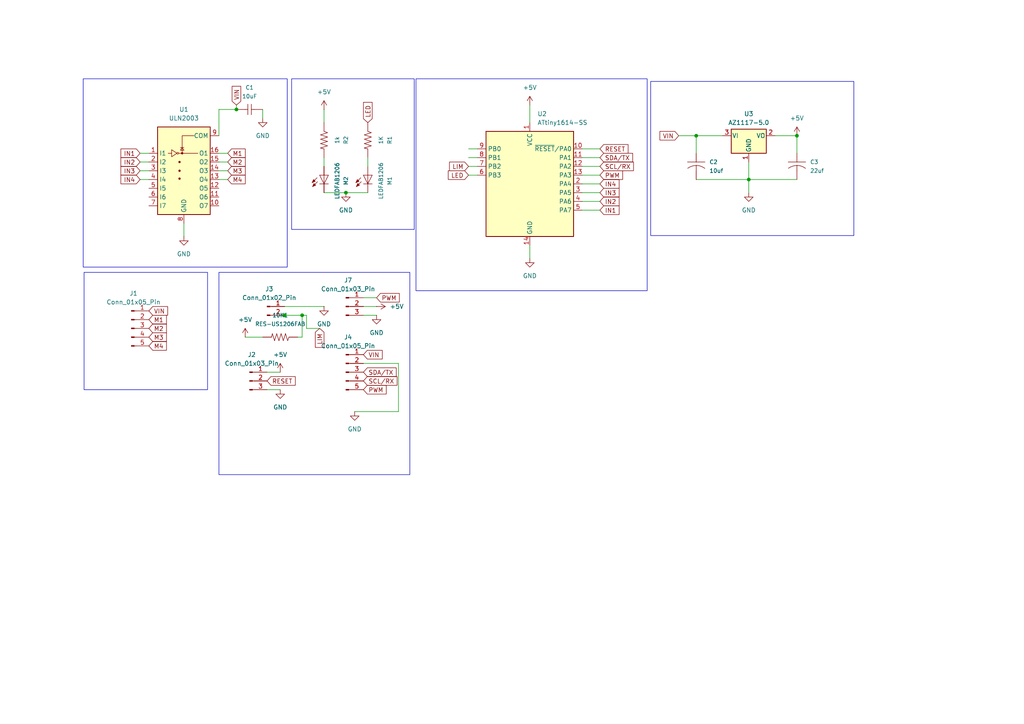
<source format=kicad_sch>
(kicad_sch (version 20231120) (generator "eeschema") (generator_version "8.0")
  (paper "A4")
  (lib_symbols
    (symbol "Connector:Conn_01x02_Pin" (pin_names (offset 1.016) hide)
      (property "Reference" "J" (at 0 2.54 0))
      (property "Value" "Conn_01x02_Pin" (at 0 -5.08 0))
      (symbol "Conn_01x02_Pin_1_1"
        (polyline (pts (xy 1.27 -2.54) (xy 0.8636 -2.54)) (stroke (width 0.1524)))
        (polyline (pts (xy 1.27 0) (xy 0.8636 0)) (stroke (width 0.1524)))
        (rectangle (start 0.8636 -2.413) (end 0 -2.667) (stroke (width 0.1524)) (fill (type outline)))
        (rectangle (start 0.8636 0.127) (end 0 -0.127) (stroke (width 0.1524)) (fill (type outline)))
        (pin passive line (at 5.08 0 180) (length 3.81) (name "Pin_1") (number "1"))
        (pin passive line (at 5.08 -2.54 180) (length 3.81) (name "Pin_2") (number "2"))
      )
    )
    (symbol "Connector:Conn_01x03_Pin" (pin_names (offset 1.016) hide)
      (property "Reference" "J" (at 0 5.08 0))
      (property "Value" "Conn_01x03_Pin" (at 0 -5.08 0))
      (symbol "Conn_01x03_Pin_1_1"
        (polyline (pts (xy 1.27 -2.54) (xy 0.8636 -2.54)) (stroke (width 0.1524)))
        (polyline (pts (xy 1.27 0) (xy 0.8636 0)) (stroke (width 0.1524)))
        (polyline (pts (xy 1.27 2.54) (xy 0.8636 2.54)) (stroke (width 0.1524)))
        (rectangle (start 0.8636 -2.413) (end 0 -2.667) (stroke (width 0.1524)) (fill (type outline)))
        (rectangle (start 0.8636 0.127) (end 0 -0.127) (stroke (width 0.1524)) (fill (type outline)))
        (rectangle (start 0.8636 2.667) (end 0 2.413) (stroke (width 0.1524)) (fill (type outline)))
        (pin passive line (at 5.08 2.54 180) (length 3.81) (name "Pin_1") (number "1"))
        (pin passive line (at 5.08 0 180) (length 3.81) (name "Pin_2") (number "2"))
        (pin passive line (at 5.08 -2.54 180) (length 3.81) (name "Pin_3") (number "3"))
      )
    )
    (symbol "Connector:Conn_01x05_Pin" (pin_names (offset 1.016) hide)
      (property "Reference" "J" (at 0 7.62 0))
      (property "Value" "Conn_01x05_Pin" (at 0 -7.62 0))
      (symbol "Conn_01x05_Pin_1_1"
        (polyline (pts (xy 1.27 -5.08) (xy 0.8636 -5.08)) (stroke (width 0.1524)))
        (polyline (pts (xy 1.27 -2.54) (xy 0.8636 -2.54)) (stroke (width 0.1524)))
        (polyline (pts (xy 1.27 0) (xy 0.8636 0)) (stroke (width 0.1524)))
        (polyline (pts (xy 1.27 2.54) (xy 0.8636 2.54)) (stroke (width 0.1524)))
        (polyline (pts (xy 1.27 5.08) (xy 0.8636 5.08)) (stroke (width 0.1524)))
        (rectangle (start 0.8636 -4.953) (end 0 -5.207) (stroke (width 0.1524)) (fill (type outline)))
        (rectangle (start 0.8636 -2.413) (end 0 -2.667) (stroke (width 0.1524)) (fill (type outline)))
        (rectangle (start 0.8636 0.127) (end 0 -0.127) (stroke (width 0.1524)) (fill (type outline)))
        (rectangle (start 0.8636 2.667) (end 0 2.413) (stroke (width 0.1524)) (fill (type outline)))
        (rectangle (start 0.8636 5.207) (end 0 4.953) (stroke (width 0.1524)) (fill (type outline)))
        (pin passive line (at 5.08 5.08 180) (length 3.81) (name "Pin_1") (number "1"))
        (pin passive line (at 5.08 2.54 180) (length 3.81) (name "Pin_2") (number "2"))
        (pin passive line (at 5.08 0 180) (length 3.81) (name "Pin_3") (number "3"))
        (pin passive line (at 5.08 -2.54 180) (length 3.81) (name "Pin_4") (number "4"))
        (pin passive line (at 5.08 -5.08 180) (length 3.81) (name "Pin_5") (number "5"))
      )
    )
    (symbol "MCU_Microchip_ATtiny:ATtiny1614-SS"
      (property "Reference" "U" (at -12.7 16.51 0))
      (property "Value" "ATtiny1614-SS" (at 2.54 -16.51 0))
      (symbol "ATtiny1614-SS_0_1"
        (rectangle (start -12.7 -15.24) (end 12.7 15.24) (stroke (width 0.254)) (fill (type background)))
      )
      (symbol "ATtiny1614-SS_1_1"
        (pin power_in line (at 0 17.78 270) (length 2.54) (name "VCC") (number "1"))
        (pin bidirectional line (at 15.24 10.16 180) (length 2.54) (name "~{RESET}/PA0") (number "10"))
        (pin bidirectional line (at 15.24 7.62 180) (length 2.54) (name "PA1") (number "11"))
        (pin bidirectional line (at 15.24 5.08 180) (length 2.54) (name "PA2") (number "12"))
        (pin bidirectional line (at 15.24 2.54 180) (length 2.54) (name "PA3") (number "13"))
        (pin power_in line (at 0 -17.78 90) (length 2.54) (name "GND") (number "14"))
        (pin bidirectional line (at 15.24 0 180) (length 2.54) (name "PA4") (number "2"))
        (pin bidirectional line (at 15.24 -2.54 180) (length 2.54) (name "PA5") (number "3"))
        (pin bidirectional line (at 15.24 -5.08 180) (length 2.54) (name "PA6") (number "4"))
        (pin bidirectional line (at 15.24 -7.62 180) (length 2.54) (name "PA7") (number "5"))
        (pin bidirectional line (at -15.24 2.54 0) (length 2.54) (name "PB3") (number "6"))
        (pin bidirectional line (at -15.24 5.08 0) (length 2.54) (name "PB2") (number "7"))
        (pin bidirectional line (at -15.24 7.62 0) (length 2.54) (name "PB1") (number "8"))
        (pin bidirectional line (at -15.24 10.16 0) (length 2.54) (name "PB0") (number "9"))
      )
    )
    (symbol "Regulator_Linear:AZ1117-5.0" (pin_names (offset 0.254))
      (property "Reference" "U" (at -3.81 3.175 0))
      (property "Value" "AZ1117-5.0" (at 0 3.175 0))
      (symbol "AZ1117-5.0_0_1"
        (rectangle (start -5.08 1.905) (end 5.08 -5.08) (stroke (width 0.254)) (fill (type background)))
      )
      (symbol "AZ1117-5.0_1_1"
        (pin power_in line (at 0 -7.62 90) (length 2.54) (name "GND") (number "1"))
        (pin power_out line (at 7.62 0 180) (length 2.54) (name "VO") (number "2"))
        (pin power_in line (at -7.62 0 0) (length 2.54) (name "VI") (number "3"))
      )
    )
    (symbol "Transistor_Array:ULN2003"
      (property "Reference" "U" (at 0 15.875 0))
      (property "Value" "ULN2003" (at 0 13.97 0))
      (symbol "ULN2003_0_1"
        (rectangle (start -7.62 -12.7) (end 7.62 12.7) (stroke (width 0.254)) (fill (type background)))
        (circle (center -1.778 5.08) (radius 0.254))
        (circle (center -1.27 -2.286) (radius 0.254) (fill (type outline)))
        (circle (center -1.27 0) (radius 0.254) (fill (type outline)))
        (circle (center -1.27 2.54) (radius 0.254) (fill (type outline)))
        (circle (center -0.508 5.08) (radius 0.254) (fill (type outline)))
        (polyline (pts (xy -4.572 5.08) (xy -3.556 5.08)))
        (polyline (pts (xy -1.524 5.08) (xy 4.064 5.08)))
        (polyline (pts (xy 0 6.731) (xy -1.016 6.731)))
        (polyline (pts (xy -0.508 5.08) (xy -0.508 10.16) (xy 2.921 10.16)))
        (polyline (pts (xy -3.556 6.096) (xy -3.556 4.064) (xy -2.032 5.08) (xy -3.556 6.096)))
        (polyline (pts (xy 0 5.969) (xy -1.016 5.969) (xy -0.508 6.731) (xy 0 5.969)))
      )
      (symbol "ULN2003_1_1"
        (pin input line (at -10.16 5.08 0) (length 2.54) (name "I1") (number "1"))
        (pin open_collector line (at 10.16 -10.16 180) (length 2.54) (name "O7") (number "10"))
        (pin open_collector line (at 10.16 -7.62 180) (length 2.54) (name "O6") (number "11"))
        (pin open_collector line (at 10.16 -5.08 180) (length 2.54) (name "O5") (number "12"))
        (pin open_collector line (at 10.16 -2.54 180) (length 2.54) (name "O4") (number "13"))
        (pin open_collector line (at 10.16 0 180) (length 2.54) (name "O3") (number "14"))
        (pin open_collector line (at 10.16 2.54 180) (length 2.54) (name "O2") (number "15"))
        (pin open_collector line (at 10.16 5.08 180) (length 2.54) (name "O1") (number "16"))
        (pin input line (at -10.16 2.54 0) (length 2.54) (name "I2") (number "2"))
        (pin input line (at -10.16 0 0) (length 2.54) (name "I3") (number "3"))
        (pin input line (at -10.16 -2.54 0) (length 2.54) (name "I4") (number "4"))
        (pin input line (at -10.16 -5.08 0) (length 2.54) (name "I5") (number "5"))
        (pin input line (at -10.16 -7.62 0) (length 2.54) (name "I6") (number "6"))
        (pin input line (at -10.16 -10.16 0) (length 2.54) (name "I7") (number "7"))
        (pin power_in line (at 0 -15.24 90) (length 2.54) (name "GND") (number "8"))
        (pin passive line (at 10.16 10.16 180) (length 2.54) (name "COM") (number "9"))
      )
    )
    (symbol "fab:CAP-UNPOLARIZED" (pin_numbers hide) (pin_names (offset 1.016) hide)
      (property "Reference" "C" (at -3.81 2.54 0))
      (property "Value" "CAP-UNPOLARIZED" (at -3.81 -3.81 0))
      (symbol "CAP-UNPOLARIZED_1_0"
        (polyline (pts (xy -2.54 0) (xy -1.778 0)))
        (polyline (pts (xy -1.778 0) (xy -1.778 -1.524)))
        (polyline (pts (xy -1.778 1.524) (xy -1.778 0)))
        (polyline (pts (xy -0.762 0) (xy -0.762 -1.524)))
        (polyline (pts (xy -0.762 0) (xy 0 0)))
        (polyline (pts (xy -0.762 1.524) (xy -0.762 0)))
      )
      (symbol "CAP-UNPOLARIZED_1_1"
        (pin passive line (at -5.08 0 0) (length 2.54) (name "1") (number "1"))
        (pin passive line (at 2.54 0 180) (length 2.54) (name "2") (number "2"))
      )
    )
    (symbol "fab:CAP-US1206" (pin_numbers hide) (pin_names (offset 1.016) hide)
      (property "Reference" "C" (at -1.27 3.175 0))
      (property "Value" "CAP-US1206" (at -1.27 -5.08 0))
      (symbol "CAP-US1206_1_0"
        (polyline (pts (xy 0 -2.54) (xy 0 2.54)))
        (polyline (pts (xy 1.016 0) (xy 2.54 0)))
      )
      (symbol "CAP-US1206_1_1"
        (arc (start 1.016 0) (mid 1.2278 -1.2947) (end 1.8288 -2.4638))
        (arc (start 1.8542 2.4892) (mid 1.2157 1.3167) (end 0.9906 0))
        (pin passive line (at -2.54 0 0) (length 2.54) (name "1") (number "1"))
        (pin passive line (at 5.08 0 180) (length 2.54) (name "2") (number "2"))
      )
    )
    (symbol "fab:LEDFAB1206" (pin_numbers hide) (pin_names (offset 1.016) hide)
      (property "Reference" "M" (at 2.667 -2.032 90))
      (property "Value" "LEDFAB1206" (at 4.826 -2.032 90))
      (symbol "LEDFAB1206_1_0"
        (polyline (pts (xy -2.032 1.778) (xy -3.429 0.381)))
        (polyline (pts (xy -1.905 0.635) (xy -3.302 -0.762)))
        (polyline (pts (xy 0 0) (xy -1.27 0)))
        (polyline (pts (xy 0 0) (xy -1.27 2.54)))
        (polyline (pts (xy 0 2.54) (xy -1.27 2.54)))
        (polyline (pts (xy 0 2.54) (xy 0 0)))
        (polyline (pts (xy 1.27 0) (xy 0 0)))
        (polyline (pts (xy 1.27 2.54) (xy 0 0)))
        (polyline (pts (xy 1.27 2.54) (xy 0 2.54)))
      )
      (symbol "LEDFAB1206_1_1"
        (polyline (pts (xy -3.429 0.381) (xy -3.048 1.27) (xy -3.048 1.27) (xy -2.54 0.762) (xy -2.54 0.762) (xy -3.429 0.381)) (fill (type outline)))
        (polyline (pts (xy -3.302 -0.762) (xy -2.921 0.127) (xy -2.921 0.127) (xy -2.413 -0.381) (xy -2.413 -0.381) (xy -3.302 -0.762)) (fill (type outline)))
        (pin passive line (at 0 5.08 270) (length 2.54) (name "A") (number "1"))
        (pin passive line (at 0 -2.54 90) (length 2.54) (name "C") (number "2"))
      )
    )
    (symbol "fab:RES-US1206FAB" (pin_numbers hide) (pin_names (offset 1.016) hide)
      (property "Reference" "R" (at -3.81 1.4986 0))
      (property "Value" "RES-US1206FAB" (at -3.81 -3.302 0))
      (symbol "RES-US1206FAB_1_0"
        (polyline (pts (xy -2.54 0) (xy -2.159 1.016)))
        (polyline (pts (xy -2.159 1.016) (xy -1.524 -1.016)))
        (polyline (pts (xy -1.524 -1.016) (xy -0.889 1.016)))
        (polyline (pts (xy -0.889 1.016) (xy -0.254 -1.016)))
        (polyline (pts (xy -0.254 -1.016) (xy 0.381 1.016)))
        (polyline (pts (xy 0.381 1.016) (xy 1.016 -1.016)))
        (polyline (pts (xy 1.016 -1.016) (xy 1.651 1.016)))
        (polyline (pts (xy 1.651 1.016) (xy 2.286 -1.016)))
        (polyline (pts (xy 2.286 -1.016) (xy 2.54 0)))
      )
      (symbol "RES-US1206FAB_1_1"
        (pin passive line (at -5.08 0 0) (length 2.54) (name "1") (number "1"))
        (pin passive line (at 5.08 0 180) (length 2.54) (name "2") (number "2"))
      )
    )
    (symbol "power:+5V" (power) (pin_numbers hide) (pin_names (offset 0) hide)
      (property "Value" "+5V" (at 0 3.556 0))
      (symbol "+5V_0_1"
        (polyline (pts (xy -0.762 1.27) (xy 0 2.54)))
        (polyline (pts (xy 0 0) (xy 0 2.54)))
        (polyline (pts (xy 0 2.54) (xy 0.762 1.27)))
      )
      (symbol "+5V_1_1"
        (pin power_in line (at 0 0 90) (length 0) (name "~") (number "1"))
      )
    )
    (symbol "power:GND" (power) (pin_numbers hide) (pin_names (offset 0) hide)
      (property "Value" "GND" (at 0 -3.81 0))
      (symbol "GND_0_1"
        (polyline (pts (xy 0 0) (xy 0 -1.27) (xy 1.27 -1.27) (xy 0 -2.54) (xy -1.27 -1.27) (xy 0 -1.27)))
      )
      (symbol "GND_1_1"
        (pin power_in line (at 0 0 270) (length 0) (name "~") (number "1"))
      )
    )
  )
  (junction (at 100.33 55.88))
  (junction (at 217.17 52.07))
  (junction (at 201.93 39.37))
  (junction (at 231.14 39.37))
  (junction (at 87.63 91.44))
  (junction (at 68.58 31.75))
  (junction (at 82.55 91.44))
  (wire (pts (xy 173.99 50.8) (xy 168.91 50.8)))
  (wire (pts (xy 66.04 49.53) (xy 63.5 49.53)))
  (wire (pts (xy 66.04 52.07) (xy 63.5 52.07)))
  (wire (pts (xy 93.98 45.72) (xy 93.98 48.26)))
  (wire (pts (xy 76.2 97.79) (xy 71.12 97.79)))
  (wire (pts (xy 109.22 86.36) (xy 105.41 86.36)))
  (wire (pts (xy 201.93 39.37) (xy 209.55 39.37)))
  (wire (pts (xy 201.93 52.07) (xy 217.17 52.07)))
  (wire (pts (xy 231.14 44.45) (xy 231.14 39.37)))
  (wire (pts (xy 88.9 91.44) (xy 88.9 95.25)))
  (wire (pts (xy 106.68 45.72) (xy 106.68 48.26)))
  (wire (pts (xy 115.57 105.41) (xy 105.41 105.41)))
  (wire (pts (xy 135.89 43.18) (xy 138.43 43.18)))
  (wire (pts (xy 135.89 48.26) (xy 138.43 48.26)))
  (wire (pts (xy 109.22 88.9) (xy 105.41 88.9)))
  (wire (pts (xy 87.63 91.44) (xy 88.9 91.44)))
  (wire (pts (xy 217.17 55.88) (xy 217.17 52.07)))
  (wire (pts (xy 87.63 97.79) (xy 86.36 97.79)))
  (wire (pts (xy 105.41 91.44) (xy 109.22 91.44)))
  (wire (pts (xy 153.67 71.12) (xy 153.67 74.93)))
  (wire (pts (xy 93.98 55.88) (xy 100.33 55.88)))
  (wire (pts (xy 63.5 31.75) (xy 68.58 31.75)))
  (wire (pts (xy 173.99 53.34) (xy 168.91 53.34)))
  (wire (pts (xy 135.89 45.72) (xy 138.43 45.72)))
  (wire (pts (xy 173.99 45.72) (xy 168.91 45.72)))
  (wire (pts (xy 135.89 50.8) (xy 138.43 50.8)))
  (wire (pts (xy 115.57 119.38) (xy 115.57 105.41)))
  (wire (pts (xy 201.93 39.37) (xy 201.93 44.45)))
  (wire (pts (xy 173.99 58.42) (xy 168.91 58.42)))
  (wire (pts (xy 93.98 31.75) (xy 93.98 35.56)))
  (wire (pts (xy 76.2 31.75) (xy 76.2 34.29)))
  (wire (pts (xy 115.57 119.38) (xy 102.87 119.38)))
  (wire (pts (xy 100.33 55.88) (xy 106.68 55.88)))
  (wire (pts (xy 173.99 55.88) (xy 168.91 55.88)))
  (wire (pts (xy 153.67 30.48) (xy 153.67 35.56)))
  (wire (pts (xy 66.04 46.99) (xy 63.5 46.99)))
  (wire (pts (xy 82.55 88.9) (xy 93.98 88.9)))
  (wire (pts (xy 77.47 113.03) (xy 81.28 113.03)))
  (wire (pts (xy 231.14 39.37) (xy 224.79 39.37)))
  (wire (pts (xy 40.64 46.99) (xy 43.18 46.99)))
  (wire (pts (xy 217.17 52.07) (xy 217.17 46.99)))
  (wire (pts (xy 68.58 31.75) (xy 68.58 30.48)))
  (wire (pts (xy 77.47 107.95) (xy 81.28 107.95)))
  (wire (pts (xy 217.17 52.07) (xy 231.14 52.07)))
  (wire (pts (xy 53.34 64.77) (xy 53.34 68.58)))
  (wire (pts (xy 40.64 44.45) (xy 43.18 44.45)))
  (wire (pts (xy 87.63 91.44) (xy 87.63 97.79)))
  (wire (pts (xy 63.5 31.75) (xy 63.5 39.37)))
  (wire (pts (xy 40.64 49.53) (xy 43.18 49.53)))
  (wire (pts (xy 92.71 95.25) (xy 88.9 95.25)))
  (wire (pts (xy 196.85 39.37) (xy 201.93 39.37)))
  (wire (pts (xy 173.99 43.18) (xy 168.91 43.18)))
  (wire (pts (xy 40.64 52.07) (xy 43.18 52.07)))
  (wire (pts (xy 81.28 91.44) (xy 82.55 91.44)))
  (wire (pts (xy 82.55 91.44) (xy 87.63 91.44)))
  (wire (pts (xy 173.99 48.26) (xy 168.91 48.26)))
  (wire (pts (xy 173.99 60.96) (xy 168.91 60.96)))
  (wire (pts (xy 66.04 44.45) (xy 63.5 44.45)))
  (rectangle (start 120.65 22.86) (end 187.706 84.328))
  (rectangle (start 24.13 22.86) (end 83.312 77.47))
  (rectangle (start 24.384 78.994) (end 60.198 113.03))
  (rectangle (start 188.722 23.622) (end 247.65 68.326))
  (rectangle (start 63.5 78.994) (end 118.872 137.668))
  (rectangle (start 84.582 22.86) (end 120.142 66.548))
  (global_label "M1" (shape input) (at 66.04 44.45 0) (property "Intersheetrefs" "${INTERSHEET_REFS}" (effects (hide yes))))
  (global_label "SCL{slash}RX" (shape input) (at 173.99 48.26 0) (property "Intersheetrefs" "${INTERSHEET_REFS}" (effects (hide yes))))
  (global_label "LIM" (shape input) (at 135.89 48.26 180) (property "Intersheetrefs" "${INTERSHEET_REFS}" (effects (hide yes))))
  (global_label "M3" (shape input) (at 66.04 49.53 0) (property "Intersheetrefs" "${INTERSHEET_REFS}" (effects (hide yes))))
  (global_label "LIM" (shape input) (at 92.71 95.25 270) (property "Intersheetrefs" "${INTERSHEET_REFS}" (effects (hide yes))))
  (global_label "PWM" (shape input) (at 173.99 50.8 0) (property "Intersheetrefs" "${INTERSHEET_REFS}" (effects (hide yes))))
  (global_label "M1" (shape input) (at 43.18 92.71 0) (property "Intersheetrefs" "${INTERSHEET_REFS}" (effects (hide yes))))
  (global_label "PWM" (shape input) (at 105.41 113.03 0) (property "Intersheetrefs" "${INTERSHEET_REFS}" (effects (hide yes))))
  (global_label "VIN" (shape input) (at 105.41 102.87 0) (property "Intersheetrefs" "${INTERSHEET_REFS}" (effects (hide yes))))
  (global_label "IN4" (shape input) (at 40.64 52.07 180) (property "Intersheetrefs" "${INTERSHEET_REFS}" (effects (hide yes))))
  (global_label "SDA{slash}TX" (shape input) (at 105.41 107.95 0) (property "Intersheetrefs" "${INTERSHEET_REFS}" (effects (hide yes))))
  (global_label "IN3" (shape input) (at 40.64 49.53 180) (property "Intersheetrefs" "${INTERSHEET_REFS}" (effects (hide yes))))
  (global_label "LED" (shape input) (at 135.89 50.8 180) (property "Intersheetrefs" "${INTERSHEET_REFS}" (effects (hide yes))))
  (global_label "IN4" (shape input) (at 173.99 53.34 0) (property "Intersheetrefs" "${INTERSHEET_REFS}" (effects (hide yes))))
  (global_label "PWM" (shape input) (at 109.22 86.36 0) (property "Intersheetrefs" "${INTERSHEET_REFS}" (effects (hide yes))))
  (global_label "M4" (shape input) (at 43.18 100.33 0) (property "Intersheetrefs" "${INTERSHEET_REFS}" (effects (hide yes))))
  (global_label "M2" (shape input) (at 66.04 46.99 0) (property "Intersheetrefs" "${INTERSHEET_REFS}" (effects (hide yes))))
  (global_label "SDA{slash}TX" (shape input) (at 173.99 45.72 0) (property "Intersheetrefs" "${INTERSHEET_REFS}" (effects (hide yes))))
  (global_label "IN2" (shape input) (at 173.99 58.42 0) (property "Intersheetrefs" "${INTERSHEET_REFS}" (effects (hide yes))))
  (global_label "VIN" (shape input) (at 68.58 30.48 90) (property "Intersheetrefs" "${INTERSHEET_REFS}" (effects (hide yes))))
  (global_label "IN1" (shape input) (at 40.64 44.45 180) (property "Intersheetrefs" "${INTERSHEET_REFS}" (effects (hide yes))))
  (global_label "RESET" (shape input) (at 77.47 110.49 0) (property "Intersheetrefs" "${INTERSHEET_REFS}" (effects (hide yes))))
  (global_label "M4" (shape input) (at 66.04 52.07 0) (property "Intersheetrefs" "${INTERSHEET_REFS}" (effects (hide yes))))
  (global_label "IN1" (shape input) (at 173.99 60.96 0) (property "Intersheetrefs" "${INTERSHEET_REFS}" (effects (hide yes))))
  (global_label "M2" (shape input) (at 43.18 95.25 0) (property "Intersheetrefs" "${INTERSHEET_REFS}" (effects (hide yes))))
  (global_label "RESET" (shape input) (at 173.99 43.18 0) (property "Intersheetrefs" "${INTERSHEET_REFS}" (effects (hide yes))))
  (global_label "VIN" (shape input) (at 196.85 39.37 180) (property "Intersheetrefs" "${INTERSHEET_REFS}" (effects (hide yes))))
  (global_label "M3" (shape input) (at 43.18 97.79 0) (property "Intersheetrefs" "${INTERSHEET_REFS}" (effects (hide yes))))
  (global_label "VIN" (shape input) (at 43.18 90.17 0) (property "Intersheetrefs" "${INTERSHEET_REFS}" (effects (hide yes))))
  (global_label "IN2" (shape input) (at 40.64 46.99 180) (property "Intersheetrefs" "${INTERSHEET_REFS}" (effects (hide yes))))
  (global_label "SCL{slash}RX" (shape input) (at 105.41 110.49 0) (property "Intersheetrefs" "${INTERSHEET_REFS}" (effects (hide yes))))
  (global_label "LED" (shape input) (at 106.68 35.56 90) (property "Intersheetrefs" "${INTERSHEET_REFS}" (effects (hide yes))))
  (global_label "IN3" (shape input) (at 173.99 55.88 0) (property "Intersheetrefs" "${INTERSHEET_REFS}" (effects (hide yes))))
  (symbol (lib_id "fab:LEDFAB1206") (at 93.98 53.34 0) (unit 1)
    (property "Reference" "M2" (at 100.33 52.451 90) (effects (font (size 1.143 1.143))))
    (property "Value" "LEDFAB1206" (at 97.79 52.451 90) (effects (font (size 1.143 1.143))))
    (property "Footprint" "fab-LED1206FAB" (effects (hide yes)))
  )
  (symbol (lib_id "power:GND") (at 53.34 68.58 0) (unit 1)
    (property "Reference" "#PWR01" (effects (hide yes)))
    (property "Value" "GND" (at 53.34 73.66 0))
    (property "Description" "Power symbol creates a global label with name \"GND\" , ground" (effects (hide yes)))
  )
  (symbol (lib_id "fab:CAP-UNPOLARIZED") (at 73.66 31.75 0) (unit 1)
    (property "Reference" "C1" (at 72.39 25.4 0) (effects (font (size 1.143 1.143))))
    (property "Value" "10uF" (at 72.39 27.94 0) (effects (font (size 1.143 1.143))))
    (property "Footprint" "fab-C1206" (effects (hide yes)))
  )
  (symbol (lib_id "power:+5V") (at 153.67 30.48 0) (unit 1)
    (property "Reference" "#PWR012" (effects (hide yes)))
    (property "Value" "+5V" (at 153.67 25.4 0))
    (property "Description" "Power symbol creates a global label with name \"+5V\"" (effects (hide yes)))
  )
  (symbol (lib_id "power:GND") (at 109.22 91.44 0) (unit 1)
    (property "Reference" "#PWR02" (effects (hide yes)))
    (property "Value" "GND" (at 109.22 96.52 0))
    (property "Description" "Power symbol creates a global label with name \"GND\" , ground" (effects (hide yes)))
  )
  (symbol (lib_id "fab:RES-US1206FAB") (at 81.28 97.79 180) (unit 1)
    (property "Reference" "10K1" (at 81.28 91.44 0) (effects (font (size 1.143 1.143))))
    (property "Value" "RES-US1206FAB" (at 81.28 93.98 0) (effects (font (size 1.143 1.143))))
    (property "Footprint" "footprints:fab-R1206FAB" (effects (hide yes)))
  )
  (symbol (lib_id "MCU_Microchip_ATtiny:ATtiny1614-SS") (at 153.67 53.34 0) (unit 1)
    (property "Reference" "U2" (at 155.8641 33.02 0) (effects (justify left)))
    (property "Value" "ATtiny1614-SS" (at 155.8641 35.56 0) (effects (justify left)))
    (property "Footprint" "Package_SO:SOIC-14_3.9x8.7mm_P1.27mm" (effects (hide yes)))
    (property "Datasheet" "http://ww1.microchip.com/downloads/en/DeviceDoc/ATtiny1614-data-sheet-40001995A.pdf" (effects (hide yes)))
    (property "Description" "20MHz, 16kB Flash, 2kB SRAM, 256B EEPROM, SOIC-14" (effects (hide yes)))
  )
  (symbol (lib_id "Regulator_Linear:AZ1117-5.0") (at 217.17 39.37 0) (unit 1)
    (property "Reference" "U3" (at 217.17 33.02 0))
    (property "Value" "AZ1117-5.0" (at 217.17 35.56 0))
    (property "Footprint" "footprints:fab-SOT223" (effects (hide yes)))
    (property "Datasheet" "https://www.diodes.com/assets/Datasheets/AZ1117.pdf" (effects (hide yes)))
    (property "Description" "1A 20V Fixed LDO Linear Regulator, 5.0V, SOT-89/SOT-223/TO-220/TO-252/TO-263" (effects (hide yes)))
  )
  (symbol (lib_id "fab:CAP-US1206") (at 231.14 46.99 270) (unit 1)
    (property "Reference" "C3" (at 234.95 46.99 90) (effects (font (size 1.143 1.143)) (justify left)))
    (property "Value" "22uf" (at 234.95 49.53 90) (effects (font (size 1.143 1.143)) (justify left)))
    (property "Footprint" "footprints:fab-C1206" (effects (hide yes)))
  )
  (symbol (lib_id "power:GND") (at 100.33 55.88 0) (unit 1)
    (property "Reference" "#PWR04" (effects (hide yes)))
    (property "Value" "GND" (at 100.33 60.96 0))
    (property "Description" "Power symbol creates a global label with name \"GND\" , ground" (effects (hide yes)))
  )
  (symbol (lib_id "power:GND") (at 81.28 113.03 0) (unit 1)
    (property "Reference" "#PWR08" (effects (hide yes)))
    (property "Value" "GND" (at 81.28 118.11 0))
    (property "Description" "Power symbol creates a global label with name \"GND\" , ground" (effects (hide yes)))
  )
  (symbol (lib_id "Connector:Conn_01x05_Pin") (at 38.1 95.25 0) (unit 1)
    (property "Reference" "J1" (at 38.735 85.09 0))
    (property "Value" "Conn_01x05_Pin" (at 38.735 87.63 0))
    (property "Footprint" "Connector_JST:JST_XA_B05B-XASK-1_1x05_P2.50mm_Vertical" (effects (hide yes)))
    (property "Description" "Generic connector, single row, 01x05, script generated" (effects (hide yes)))
  )
  (symbol (lib_id "fab:RES-US1206FAB") (at 93.98 40.64 270) (unit 1)
    (property "Reference" "R2" (at 100.33 40.64 0) (effects (font (size 1.143 1.143))))
    (property "Value" "1k" (at 97.79 40.64 0) (effects (font (size 1.143 1.143))))
    (property "Footprint" "fab-R1206FAB" (effects (hide yes)))
  )
  (symbol (lib_id "power:GND") (at 102.87 119.38 0) (unit 1)
    (property "Reference" "#PWR010" (effects (hide yes)))
    (property "Value" "GND" (at 102.87 124.46 0))
    (property "Description" "Power symbol creates a global label with name \"GND\" , ground" (effects (hide yes)))
  )
  (symbol (lib_id "power:+5V") (at 109.22 88.9 270) (unit 1)
    (property "Reference" "#PWR06" (effects (hide yes)))
    (property "Value" "+5V" (at 113.03 88.8999 90) (effects (justify left)))
    (property "Description" "Power symbol creates a global label with name \"+5V\"" (effects (hide yes)))
  )
  (symbol (lib_id "fab:RES-US1206FAB") (at 106.68 40.64 270) (unit 1)
    (property "Reference" "R1" (at 113.03 40.64 0) (effects (font (size 1.143 1.143))))
    (property "Value" "1K" (at 110.49 40.64 0) (effects (font (size 1.143 1.143))))
    (property "Footprint" "fab-R1206FAB" (effects (hide yes)))
  )
  (symbol (lib_id "power:GND") (at 217.17 55.88 0) (unit 1)
    (property "Reference" "#PWR014" (effects (hide yes)))
    (property "Value" "GND" (at 217.17 60.96 0))
    (property "Description" "Power symbol creates a global label with name \"GND\" , ground" (effects (hide yes)))
  )
  (symbol (lib_id "power:GND") (at 153.67 74.93 0) (unit 1)
    (property "Reference" "#PWR013" (effects (hide yes)))
    (property "Value" "GND" (at 153.67 80.01 0))
    (property "Description" "Power symbol creates a global label with name \"GND\" , ground" (effects (hide yes)))
  )
  (symbol (lib_id "power:GND") (at 76.2 34.29 0) (unit 1)
    (property "Reference" "#PWR03" (effects (hide yes)))
    (property "Value" "GND" (at 76.2 39.37 0))
    (property "Description" "Power symbol creates a global label with name \"GND\" , ground" (effects (hide yes)))
  )
  (symbol (lib_id "fab:LEDFAB1206") (at 106.68 53.34 0) (unit 1)
    (property "Reference" "M1" (at 113.03 52.451 90) (effects (font (size 1.143 1.143))))
    (property "Value" "LEDFAB1206" (at 110.49 52.451 90) (effects (font (size 1.143 1.143))))
    (property "Footprint" "fab-LED1206FAB" (effects (hide yes)))
  )
  (symbol (lib_id "power:+5V") (at 231.14 39.37 0) (unit 1)
    (property "Reference" "#PWR015" (effects (hide yes)))
    (property "Value" "+5V" (at 231.14 34.29 0))
    (property "Description" "Power symbol creates a global label with name \"+5V\"" (effects (hide yes)))
  )
  (symbol (lib_id "Connector:Conn_01x03_Pin") (at 72.39 110.49 0) (unit 1)
    (property "Reference" "J2" (at 73.025 102.87 0))
    (property "Value" "Conn_01x03_Pin" (at 73.025 105.41 0))
    (property "Footprint" "Connector_Harwin:Harwin_M20-89003xx_1x03_P2.54mm_Horizontal" (effects (hide yes)))
    (property "Description" "Generic connector, single row, 01x03, script generated" (effects (hide yes)))
  )
  (symbol (lib_id "power:GND") (at 93.98 88.9 0) (unit 1)
    (property "Reference" "#PWR09" (effects (hide yes)))
    (property "Value" "GND" (at 93.98 93.98 0))
    (property "Description" "Power symbol creates a global label with name \"GND\" , ground" (effects (hide yes)))
  )
  (symbol (lib_id "power:+5V") (at 71.12 97.79 0) (unit 1)
    (property "Reference" "#PWR011" (effects (hide yes)))
    (property "Value" "+5V" (at 71.12 92.71 0))
    (property "Description" "Power symbol creates a global label with name \"+5V\"" (effects (hide yes)))
  )
  (symbol (lib_id "fab:CAP-US1206") (at 201.93 46.99 270) (unit 1)
    (property "Reference" "C2" (at 205.74 46.99 90) (effects (font (size 1.143 1.143)) (justify left)))
    (property "Value" "10uf" (at 205.74 49.53 90) (effects (font (size 1.143 1.143)) (justify left)))
    (property "Footprint" "fab-C1206" (effects (hide yes)))
  )
  (symbol (lib_id "power:+5V") (at 81.28 107.95 0) (unit 1)
    (property "Reference" "#PWR07" (effects (hide yes)))
    (property "Value" "+5V" (at 81.28 102.87 0))
    (property "Description" "Power symbol creates a global label with name \"+5V\"" (effects (hide yes)))
  )
  (symbol (lib_id "Connector:Conn_01x03_Pin") (at 100.33 88.9 0) (unit 1)
    (property "Reference" "J7" (at 100.965 81.28 0))
    (property "Value" "Conn_01x03_Pin" (at 100.965 83.82 0))
    (property "Footprint" "Connector_JST:JST_EH_B3B-EH-A_1x03_P2.50mm_Vertical" (effects (hide yes)))
    (property "Description" "Generic connector, single row, 01x03, script generated" (effects (hide yes)))
  )
  (symbol (lib_id "Transistor_Array:ULN2003") (at 53.34 49.53 0) (unit 1)
    (property "Reference" "U1" (at 53.34 31.75 0))
    (property "Value" "ULN2003" (at 53.34 34.29 0))
    (property "Footprint" "Package_SO:SOIC-16_3.9x9.9mm_P1.27mm" (effects (hide yes)))
    (property "Datasheet" "http://www.ti.com/lit/ds/symlink/uln2003a.pdf" (effects (hide yes)))
    (property "Description" "High Voltage, High Current Darlington Transistor Arrays, SOIC16/SOIC16W/DIP16/TSSOP16" (effects (hide yes)))
  )
  (symbol (lib_id "Connector:Conn_01x02_Pin") (at 77.47 88.9 0) (unit 1)
    (property "Reference" "J3" (at 78.105 83.82 0))
    (property "Value" "Conn_01x02_Pin" (at 78.105 86.36 0))
    (property "Footprint" "Connector_JST:JST_XA_B02B-XASK-1_1x02_P2.50mm_Vertical" (effects (hide yes)))
    (property "Description" "Generic connector, single row, 01x02, script generated" (effects (hide yes)))
  )
  (symbol (lib_id "power:+5V") (at 93.98 31.75 0) (unit 1)
    (property "Reference" "#PWR05" (effects (hide yes)))
    (property "Value" "+5V" (at 93.98 26.67 0))
    (property "Description" "Power symbol creates a global label with name \"+5V\"" (effects (hide yes)))
  )
  (symbol (lib_id "Connector:Conn_01x05_Pin") (at 100.33 107.95 0) (unit 1)
    (property "Reference" "J4" (at 100.965 97.79 0))
    (property "Value" "Conn_01x05_Pin" (at 100.965 100.33 0))
    (property "Footprint" "Connector_JST:JST_EH_B5B-EH-A_1x05_P2.50mm_Vertical" (effects (hide yes)))
    (property "Description" "Generic connector, single row, 01x05, script generated" (effects (hide yes)))
  )
)
</source>
